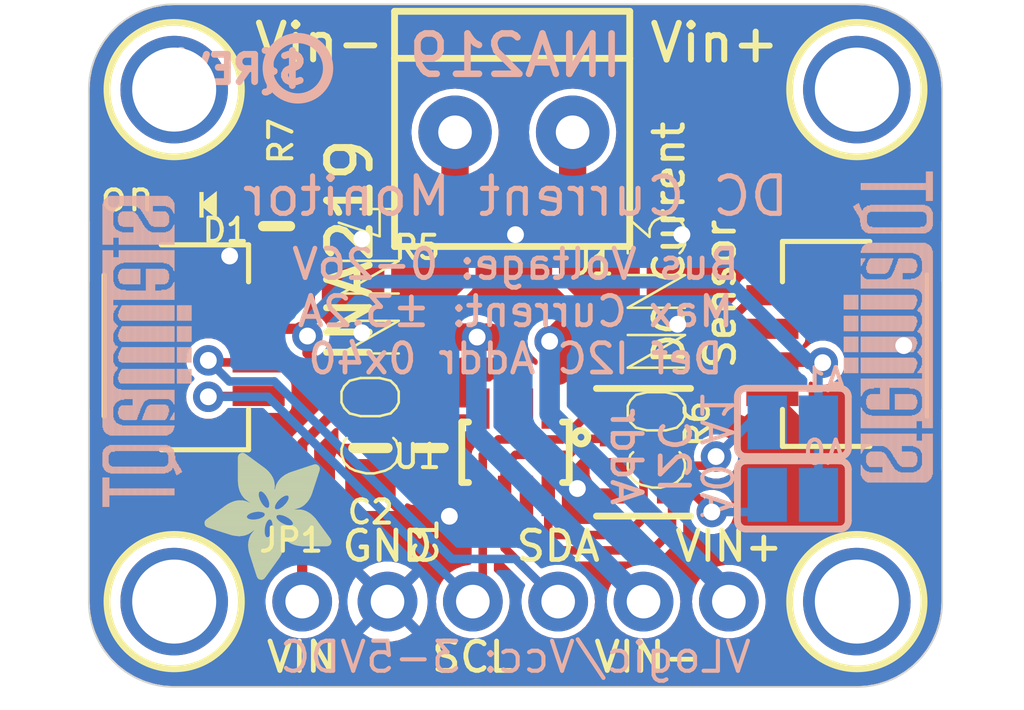
<source format=kicad_pcb>
(kicad_pcb (version 20221018) (generator pcbnew)
  (layers (0 "F.Cu" signal) (31 "B.Cu" signal) (34 "B.Paste" user) (35 "F.Paste" user) (36 "B.SilkS" user "B.Silkscreen") (37 "F.SilkS" user "F.Silkscreen") (38 "B.Mask" user) (39 "F.Mask" user) (44 "Edge.Cuts" user))
  (net 0 "")
  (net 1 "VCC")
  (net 2 "GND")
  (net 3 "ADDR1")
  (net 4 "ADDR0")
  (net 5 "SDA")
  (net 6 "SCL")
  (net 7 "VIN+")
  (net 8 "VIN-")
  (net 9 "N$3")
  (footprint "working:0805-NO" (layer "F.Cu") (at 144.1831 108.0516 -90)
    (fp_text reference "C2" (at 1.905 -0.762) (layer "F.SilkS") (effects (font (size 0.692831 0.692831) (thickness 0.119969)) (justify right)))
    (fp_text value "10uF")
    (pad "1" smd rect (at -0.95 0 270) (size 1.24 1.5) (layers "F.Cu" "F.Paste" "F.Mask") (net 1 "VCC"))
    (pad "2" smd rect (at 0.95 0 270) (size 1.24 1.5) (layers "F.Cu" "F.Paste" "F.Mask") (net 2 "GND"))
  )
  (footprint "working:JST_SH4" (layer "F.Cu") (at 158.6611 105.0036 90)
    (fp_text reference "CONN3" (at -4.6 -5.9 90) (layer "F.SilkS") (effects (font (size 1.703222 1.703222) (thickness 0.074778)) (justify left)))
    (fp_text value "STEMMA_I2C_QT" hide)
    (pad "1" smd rect (at -1.5 -2.514 180) (size 1.55 0.6) (layers "F.Cu" "F.Paste" "F.Mask") (net 2 "GND"))
    (pad "2" smd rect (at -0.5 -2.514 180) (size 1.55 0.6) (layers "F.Cu" "F.Paste" "F.Mask") (net 1 "VCC"))
    (pad "3" smd rect (at 0.5 -2.514 180) (size 1.55 0.6) (layers "F.Cu" "F.Paste" "F.Mask") (net 5 "SDA"))
    (pad "4" smd rect (at 1.5 -2.514 180) (size 1.55 0.6) (layers "F.Cu" "F.Paste" "F.Mask") (net 6 "SCL"))
    (pad "MT1" smd rect (at -2.8 1.386 180) (size 1.8 1.2) (layers "F.Cu" "F.Paste" "F.Mask") (net 2 "GND"))
    (pad "MT2" smd rect (at 2.8 1.386 180) (size 1.8 1.2) (layers "F.Cu" "F.Paste" "F.Mask") (net 2 "GND"))
  )
  (footprint "working:2512" (layer "F.Cu") (at 148.5011 103.9876)
    (fp_text reference "R5" (at -3.683 -1.905) (layer "F.SilkS") (effects (font (size 0.692831 0.692831) (thickness 0.119969)) (justify left)))
    (fp_text value "0.1/1% (PT2512FK-070R1L)")
    (pad "1" smd rect (at -2.8 0) (size 1.8 3.2) (layers "F.Cu" "F.Paste" "F.Mask") (net 8 "VIN-"))
    (pad "2" smd rect (at 2.8 0) (size 1.8 3.2) (layers "F.Cu" "F.Paste" "F.Mask") (net 7 "VIN+"))
  )
  (footprint "working:TERMBLOCK_1X2-3.5MM" (layer "F.Cu") (at 148.5011 98.6536 180)
    (fp_text reference "J1" (at -3 -3.89) (layer "F.SilkS") (effects (font (size 0.692831 0.692831) (thickness 0.119969)) (justify right)))
    (fp_text value "3.5mm")
    (pad "1" thru_hole circle (at 1.8 0 180) (size 2.1844 2.1844) (drill 1) (layers "*.Cu" "*.Mask") (net 8 "VIN-"))
    (pad "2" thru_hole circle (at -1.7 0 180) (size 2.1844 2.1844) (drill 1) (layers "*.Cu" "*.Mask") (net 7 "VIN+"))
  )
  (footprint "working:MOUNTINGHOLE_2.5_PLATED" (layer "F.Cu") (at 138.3411 97.3836)
    (fp_text reference "U$20" hide)
    (fp_text value "MOUNTINGHOLE2.5" hide)
    (pad "P$1" thru_hole circle (at 0 0) (size 3.2 3.2) (drill 2.5) (layers "*.Cu" "*.Mask"))
    (zone (net 0) (net_name "") (layer "F.Cu") (connect_pads (clearance 0)) (min_thickness 0.25)
      (keepout (tracks not_allowed) (vias not_allowed) (pads not_allowed) (copperpour not_allowed) (footprints allowed))
      (fill (thermal_gap 0.5) (thermal_bridge_width 0.5))
      (polygon (pts (xy 140.3571 97.3836) (xy 140.33748 97.103027) (xy 140.279004 96.827915) (xy 140.182808 96.563619) (xy 140.050765 96.315283) (xy 139.885446 96.08774) (xy 139.690067 95.88542) (xy 139.468433 95.71226) (xy 139.224856 95.571631) (xy 138.964078 95.46627) (xy 138.691175 95.398228) (xy 138.411457 95.368828) (xy 138.130371 95.378644) (xy 137.853385 95.427484) (xy 137.585893 95.514397) (xy 137.3331 95.637693) (xy 137.099926 95.79497) (xy 136.890911 95.983169) (xy 136.710122 96.198625) (xy 136.561078 96.437145) (xy 136.44668 96.694087) (xy 136.369154 96.96445) (xy 136.330011 97.242971) (xy 136.330011 97.524229) (xy 136.369154 97.80275) (xy 136.44668 98.073113) (xy 136.561078 98.330055) (xy 136.710122 98.568575) (xy 136.890911 98.784031) (xy 137.099926 98.97223) (xy 137.3331 99.129507) (xy 137.585893 99.252803) (xy 137.853385 99.339716) (xy 138.130371 99.388556) (xy 138.411457 99.398372) (xy 138.691175 99.368972) (xy 138.964078 99.30093) (xy 139.224856 99.195569) (xy 139.468433 99.05494) (xy 139.690067 98.88178) (xy 139.885446 98.67946) (xy 140.050765 98.451917) (xy 140.182808 98.203581) (xy 140.279004 97.939285) (xy 140.33748 97.664173)))
      (polygon (pts (xy 138.3251 97.3836) (xy 138.329786 97.394914) (xy 138.3411 97.3996) (xy 138.352414 97.394914) (xy 138.3571 97.3836) (xy 138.352414 97.372286) (xy 138.3411 97.3676) (xy 138.329786 97.372286)))
    )
    (zone (net 0) (net_name "") (layer "B.Cu") (connect_pads (clearance 0)) (min_thickness 0.25)
      (keepout (tracks not_allowed) (vias not_allowed) (pads not_allowed) (copperpour not_allowed) (footprints allowed))
      (fill (thermal_gap 0.5) (thermal_bridge_width 0.5))
      (polygon (pts (xy 140.3571 97.3836) (xy 140.33748 97.103027) (xy 140.279004 96.827915) (xy 140.182808 96.563619) (xy 140.050765 96.315283) (xy 139.885446 96.08774) (xy 139.690067 95.88542) (xy 139.468433 95.71226) (xy 139.224856 95.571631) (xy 138.964078 95.46627) (xy 138.691175 95.398228) (xy 138.411457 95.368828) (xy 138.130371 95.378644) (xy 137.853385 95.427484) (xy 137.585893 95.514397) (xy 137.3331 95.637693) (xy 137.099926 95.79497) (xy 136.890911 95.983169) (xy 136.710122 96.198625) (xy 136.561078 96.437145) (xy 136.44668 96.694087) (xy 136.369154 96.96445) (xy 136.330011 97.242971) (xy 136.330011 97.524229) (xy 136.369154 97.80275) (xy 136.44668 98.073113) (xy 136.561078 98.330055) (xy 136.710122 98.568575) (xy 136.890911 98.784031) (xy 137.099926 98.97223) (xy 137.3331 99.129507) (xy 137.585893 99.252803) (xy 137.853385 99.339716) (xy 138.130371 99.388556) (xy 138.411457 99.398372) (xy 138.691175 99.368972) (xy 138.964078 99.30093) (xy 139.224856 99.195569) (xy 139.468433 99.05494) (xy 139.690067 98.88178) (xy 139.885446 98.67946) (xy 140.050765 98.451917) (xy 140.182808 98.203581) (xy 140.279004 97.939285) (xy 140.33748 97.664173)))
      (polygon (pts (xy 138.3251 97.3836) (xy 138.329786 97.394914) (xy 138.3411 97.3996) (xy 138.352414 97.394914) (xy 138.3571 97.3836) (xy 138.352414 97.372286) (xy 138.3411 97.3676) (xy 138.329786 97.372286)))
    )
  )
  (footprint "working:0603-NO" (layer "F.Cu") (at 145.9611 108.0516 -90)
    (fp_text reference "C1" (at 2.032 0.127 90) (layer "F.SilkS") (effects (font (size 0.692831 0.692831) (thickness 0.119969)) (justify right)))
    (fp_text value "0.1µF")
    (pad "1" smd rect (at -0.85 0 270) (size 1.075 1) (layers "F.Cu" "F.Paste" "F.Mask") (net 1 "VCC"))
    (pad "2" smd rect (at 0.85 0 270) (size 1.075 1) (layers "F.Cu" "F.Paste" "F.Mask") (net 2 "GND"))
  )
  (footprint "working:FIDUCIAL_1MM" (layer "F.Cu") (at 136.8171 109.7026)
    (fp_text reference "FID3" hide)
    (fp_text value "FIDUCIAL_1MM" hide)
    (pad "1" smd roundrect (at 0 0) (size 1 1) (layers "F.Cu" "F.Mask") (roundrect_rratio 0.5))
  )
  (footprint "working:1X06_ROUND_70" (layer "F.Cu") (at 148.5011 112.6236)
    (fp_text reference "JP1" (at -7.6962 -1.8288) (layer "F.SilkS") (effects (font (size 0.692831 0.692831) (thickness 0.119969)) (justify left)))
    (fp_text value "")
    (pad "1" thru_hole circle (at -6.35 0 90) (size 1.778 1.778) (drill 1) (layers "*.Cu" "*.Mask") (net 1 "VCC"))
    (pad "2" thru_hole circle (at -3.81 0 90) (size 1.778 1.778) (drill 1) (layers "*.Cu" "*.Mask") (net 2 "GND"))
    (pad "3" thru_hole circle (at -1.27 0 90) (size 1.778 1.778) (drill 1) (layers "*.Cu" "*.Mask") (net 6 "SCL"))
    (pad "4" thru_hole circle (at 1.27 0 90) (size 1.778 1.778) (drill 1) (layers "*.Cu" "*.Mask") (net 5 "SDA"))
    (pad "5" thru_hole circle (at 3.81 0 90) (size 1.778 1.778) (drill 1) (layers "*.Cu" "*.Mask") (net 8 "VIN-"))
    (pad "6" thru_hole circle (at 6.35 0 90) (size 1.778 1.778) (drill 1) (layers "*.Cu" "*.Mask") (net 7 "VIN+"))
  )
  (footprint "working:MOUNTINGHOLE_2.5_PLATED" (layer "F.Cu") (at 158.6611 112.6236)
    (fp_text reference "U$27" hide)
    (fp_text value "MOUNTINGHOLE2.5" hide)
    (pad "P$1" thru_hole circle (at 0 0) (size 3.2 3.2) (drill 2.5) (layers "*.Cu" "*.Mask"))
    (zone (net 0) (net_name "") (layer "F.Cu") (connect_pads (clearance 0)) (min_thickness 0.25)
      (keepout (tracks not_allowed) (vias not_allowed) (pads not_allowed) (copperpour not_allowed) (footprints allowed))
      (fill (thermal_gap 0.5) (thermal_bridge_width 0.5))
      (polygon (pts (xy 160.6771 112.6236) (xy 160.65748 112.343027) (xy 160.599004 112.067915) (xy 160.502808 111.803619) (xy 160.370765 111.555283) (xy 160.205446 111.32774) (xy 160.010067 111.12542) (xy 159.788433 110.95226) (xy 159.544856 110.811631) (xy 159.284078 110.70627) (xy 159.011175 110.638228) (xy 158.731457 110.608828) (xy 158.450371 110.618644) (xy 158.173385 110.667484) (xy 157.905893 110.754397) (xy 157.6531 110.877693) (xy 157.419926 111.03497) (xy 157.210911 111.223169) (xy 157.030122 111.438625) (xy 156.881078 111.677145) (xy 156.76668 111.934087) (xy 156.689154 112.20445) (xy 156.650011 112.482971) (xy 156.650011 112.764229) (xy 156.689154 113.04275) (xy 156.76668 113.313113) (xy 156.881078 113.570055) (xy 157.030122 113.808575) (xy 157.210911 114.024031) (xy 157.419926 114.21223) (xy 157.6531 114.369507) (xy 157.905893 114.492803) (xy 158.173385 114.579716) (xy 158.450371 114.628556) (xy 158.731457 114.638372) (xy 159.011175 114.608972) (xy 159.284078 114.54093) (xy 159.544856 114.435569) (xy 159.788433 114.29494) (xy 160.010067 114.12178) (xy 160.205446 113.91946) (xy 160.370765 113.691917) (xy 160.502808 113.443581) (xy 160.599004 113.179285) (xy 160.65748 112.904173)))
      (polygon (pts (xy 158.6451 112.6236) (xy 158.649786 112.634914) (xy 158.6611 112.6396) (xy 158.672414 112.634914) (xy 158.6771 112.6236) (xy 158.672414 112.612286) (xy 158.6611 112.6076) (xy 158.649786 112.612286)))
    )
    (zone (net 0) (net_name "") (layer "B.Cu") (connect_pads (clearance 0)) (min_thickness 0.25)
      (keepout (tracks not_allowed) (vias not_allowed) (pads not_allowed) (copperpour not_allowed) (footprints allowed))
      (fill (thermal_gap 0.5) (thermal_bridge_width 0.5))
      (polygon (pts (xy 160.6771 112.6236) (xy 160.65748 112.343027) (xy 160.599004 112.067915) (xy 160.502808 111.803619) (xy 160.370765 111.555283) (xy 160.205446 111.32774) (xy 160.010067 111.12542) (xy 159.788433 110.95226) (xy 159.544856 110.811631) (xy 159.284078 110.70627) (xy 159.011175 110.638228) (xy 158.731457 110.608828) (xy 158.450371 110.618644) (xy 158.173385 110.667484) (xy 157.905893 110.754397) (xy 157.6531 110.877693) (xy 157.419926 111.03497) (xy 157.210911 111.223169) (xy 157.030122 111.438625) (xy 156.881078 111.677145) (xy 156.76668 111.934087) (xy 156.689154 112.20445) (xy 156.650011 112.482971) (xy 156.650011 112.764229) (xy 156.689154 113.04275) (xy 156.76668 113.313113) (xy 156.881078 113.570055) (xy 157.030122 113.808575) (xy 157.210911 114.024031) (xy 157.419926 114.21223) (xy 157.6531 114.369507) (xy 157.905893 114.492803) (xy 158.173385 114.579716) (xy 158.450371 114.628556) (xy 158.731457 114.638372) (xy 159.011175 114.608972) (xy 159.284078 114.54093) (xy 159.544856 114.435569) (xy 159.788433 114.29494) (xy 160.010067 114.12178) (xy 160.205446 113.91946) (xy 160.370765 113.691917) (xy 160.502808 113.443581) (xy 160.599004 113.179285) (xy 160.65748 112.904173)))
      (polygon (pts (xy 158.6451 112.6236) (xy 158.649786 112.634914) (xy 158.6611 112.6396) (xy 158.672414 112.634914) (xy 158.6771 112.6236) (xy 158.672414 112.612286) (xy 158.6611 112.6076) (xy 158.649786 112.612286)))
    )
  )
  (footprint "working:SOT23-8" (layer "F.Cu") (at 148.5011 108.1786 180)
    (fp_text reference "U1" (at 2.151 -0.127) (layer "F.SilkS") (effects (font (size 0.692831 0.692831) (thickness 0.119969)) (justify right)))
    (fp_text value "INA219BIDCNT")
    (pad "1" smd rect (at -0.975 1.3 180) (size 0.4 1.2) (layers "F.Cu" "F.Paste" "F.Mask") (net 7 "VIN+"))
    (pad "2" smd rect (at -0.325 1.3 180) (size 0.4 1.2) (layers "F.Cu" "F.Paste" "F.Mask") (net 8 "VIN-"))
    (pad "3" smd rect (at 0.325 1.3 180) (size 0.4 1.2) (layers "F.Cu" "F.Paste" "F.Mask") (net 2 "GND"))
    (pad "4" smd rect (at 0.975 1.3 180) (size 0.4 1.2) (layers "F.Cu" "F.Paste" "F.Mask") (net 1 "VCC"))
    (pad "5" smd rect (at 0.975 -1.3 180) (size 0.4 1.2) (layers "F.Cu" "F.Paste" "F.Mask") (net 6 "SCL"))
    (pad "6" smd rect (at 0.325 -1.3 180) (size 0.4 1.2) (layers "F.Cu" "F.Paste" "F.Mask") (net 5 "SDA"))
    (pad "7" smd rect (at -0.325 -1.3 180) (size 0.4 1.2) (layers "F.Cu" "F.Paste" "F.Mask") (net 4 "ADDR0"))
    (pad "8" smd rect (at -0.975 -1.3 180) (size 0.4 1.2) (layers "F.Cu" "F.Paste" "F.Mask") (net 3 "ADDR1"))
  )
  (footprint "working:MOUNTINGHOLE_2.5_PLATED" (layer "F.Cu") (at 138.3411 112.6236)
    (fp_text reference "U$25" hide)
    (fp_text value "MOUNTINGHOLE2.5" hide)
    (pad "P$1" thru_hole circle (at 0 0) (size 3.2 3.2) (drill 2.5) (layers "*.Cu" "*.Mask"))
    (zone (net 0) (net_name "") (layer "F.Cu") (connect_pads (clearance 0)) (min_thickness 0.25)
      (keepout (tracks not_allowed) (vias not_allowed) (pads not_allowed) (copperpour not_allowed) (footprints allowed))
      (fill (thermal_gap 0.5) (thermal_bridge_width 0.5))
      (polygon (pts (xy 140.3571 112.6236) (xy 140.33748 112.343027) (xy 140.279004 112.067915) (xy 140.182808 111.803619) (xy 140.050765 111.555283) (xy 139.885446 111.32774) (xy 139.690067 111.12542) (xy 139.468433 110.95226) (xy 139.224856 110.811631) (xy 138.964078 110.70627) (xy 138.691175 110.638228) (xy 138.411457 110.608828) (xy 138.130371 110.618644) (xy 137.853385 110.667484) (xy 137.585893 110.754397) (xy 137.3331 110.877693) (xy 137.099926 111.03497) (xy 136.890911 111.223169) (xy 136.710122 111.438625) (xy 136.561078 111.677145) (xy 136.44668 111.934087) (xy 136.369154 112.20445) (xy 136.330011 112.482971) (xy 136.330011 112.764229) (xy 136.369154 113.04275) (xy 136.44668 113.313113) (xy 136.561078 113.570055) (xy 136.710122 113.808575) (xy 136.890911 114.024031) (xy 137.099926 114.21223) (xy 137.3331 114.369507) (xy 137.585893 114.492803) (xy 137.853385 114.579716) (xy 138.130371 114.628556) (xy 138.411457 114.638372) (xy 138.691175 114.608972) (xy 138.964078 114.54093) (xy 139.224856 114.435569) (xy 139.468433 114.29494) (xy 139.690067 114.12178) (xy 139.885446 113.91946) (xy 140.050765 113.691917) (xy 140.182808 113.443581) (xy 140.279004 113.179285) (xy 140.33748 112.904173)))
      (polygon (pts (xy 138.3251 112.6236) (xy 138.329786 112.634914) (xy 138.3411 112.6396) (xy 138.352414 112.634914) (xy 138.3571 112.6236) (xy 138.352414 112.612286) (xy 138.3411 112.6076) (xy 138.329786 112.612286)))
    )
    (zone (net 0) (net_name "") (layer "B.Cu") (connect_pads (clearance 0)) (min_thickness 0.25)
      (keepout (tracks not_allowed) (vias not_allowed) (pads not_allowed) (copperpour not_allowed) (footprints allowed))
      (fill (thermal_gap 0.5) (thermal_bridge_width 0.5))
      (polygon (pts (xy 140.3571 112.6236) (xy 140.33748 112.343027) (xy 140.279004 112.067915) (xy 140.182808 111.803619) (xy 140.050765 111.555283) (xy 139.885446 111.32774) (xy 139.690067 111.12542) (xy 139.468433 110.95226) (xy 139.224856 110.811631) (xy 138.964078 110.70627) (xy 138.691175 110.638228) (xy 138.411457 110.608828) (xy 138.130371 110.618644) (xy 137.853385 110.667484) (xy 137.585893 110.754397) (xy 137.3331 110.877693) (xy 137.099926 111.03497) (xy 136.890911 111.223169) (xy 136.710122 111.438625) (xy 136.561078 111.677145) (xy 136.44668 111.934087) (xy 136.369154 112.20445) (xy 136.330011 112.482971) (xy 136.330011 112.764229) (xy 136.369154 113.04275) (xy 136.44668 113.313113) (xy 136.561078 113.570055) (xy 136.710122 113.808575) (xy 136.890911 114.024031) (xy 137.099926 114.21223) (xy 137.3331 114.369507) (xy 137.585893 114.492803) (xy 137.853385 114.579716) (xy 138.130371 114.628556) (xy 138.411457 114.638372) (xy 138.691175 114.608972) (xy 138.964078 114.54093) (xy 139.224856 114.435569) (xy 139.468433 114.29494) (xy 139.690067 114.12178) (xy 139.885446 113.91946) (xy 140.050765 113.691917) (xy 140.182808 113.443581) (xy 140.279004 113.179285) (xy 140.33748 112.904173)))
      (polygon (pts (xy 138.3251 112.6236) (xy 138.329786 112.634914) (xy 138.3411 112.6396) (xy 138.352414 112.634914) (xy 138.3571 112.6236) (xy 138.352414 112.612286) (xy 138.3411 112.6076) (xy 138.329786 112.612286)))
    )
  )
  (footprint "working:JST_SH4" (layer "F.Cu") (at 138.3411 105.0036 -90)
    (fp_text reference "CONN4" (at -4.6 -5.9 90) (layer "F.SilkS") (effects (font (size 1.703222 1.703222) (thickness 0.074778)) (justify right)))
    (fp_text value "STEMMA_I2C_QT" hide)
    (pad "1" smd rect (at -1.5 -2.514) (size 1.55 0.6) (layers "F.Cu" "F.Paste" "F.Mask") (net 2 "GND"))
    (pad "2" smd rect (at -0.5 -2.514) (size 1.55 0.6) (layers "F.Cu" "F.Paste" "F.Mask") (net 1 "VCC"))
    (pad "3" smd rect (at 0.5 -2.514) (size 1.55 0.6) (layers "F.Cu" "F.Paste" "F.Mask") (net 5 "SDA"))
    (pad "4" smd rect (at 1.5 -2.514) (size 1.55 0.6) (layers "F.Cu" "F.Paste" "F.Mask") (net 6 "SCL"))
    (pad "MT1" smd rect (at -2.8 1.386) (size 1.8 1.2) (layers "F.Cu" "F.Paste" "F.Mask") (net 2 "GND"))
    (pad "MT2" smd rect (at 2.8 1.386) (size 1.8 1.2) (layers "F.Cu" "F.Paste" "F.Mask") (net 2 "GND"))
  )
  (footprint "working:RESPACK_4X0603" (layer "F.Cu") (at 152.3111 108.1786 -90)
    (fp_text reference "R6" (at -1.6 -1.6 90) (layer "F.SilkS") (effects (font (size 0.692831 0.692831) (thickness 0.119969)) (justify right)))
    (fp_text value "10K")
    (pad "1" smd rect (at -1.3 0.85 270) (size 0.45 0.9) (layers "F.Cu" "F.Paste" "F.Mask") (net 6 "SCL"))
    (pad "2" smd rect (at -0.4 0.85 270) (size 0.45 0.9) (layers "F.Cu" "F.Paste" "F.Mask") (net 5 "SDA"))
    (pad "3" smd rect (at 0.4 0.85 270) (size 0.45 0.9) (layers "F.Cu" "F.Paste" "F.Mask") (net 2 "GND"))
    (pad "4" smd rect (at 1.3 0.85 270) (size 0.45 0.9) (layers "F.Cu" "F.Paste" "F.Mask") (net 2 "GND"))
    (pad "5" smd rect (at 1.3 -0.85 270) (size 0.45 0.9) (layers "F.Cu" "F.Paste" "F.Mask") (net 4 "ADDR0"))
    (pad "6" smd rect (at 0.4 -0.85 270) (size 0.45 0.9) (layers "F.Cu" "F.Paste" "F.Mask") (net 3 "ADDR1"))
    (pad "7" smd rect (at -0.4 -0.85 270) (size 0.45 0.9) (layers "F.Cu" "F.Paste" "F.Mask") (net 1 "VCC"))
    (pad "8" smd rect (at -1.3 -0.85 270) (size 0.45 0.9) (layers "F.Cu" "F.Paste" "F.Mask") (net 1 "VCC"))
  )
  (footprint "working:ADAFRUIT_3.5MM" (layer "F.Cu") (at 143.0401 108.1786 180)
    (fp_text reference "U$29" hide)
    (fp_text value "" hide)
  )
  (footprint "working:FIDUCIAL_1MM" (layer "F.Cu") (at 160.0581 100.1776)
    (fp_text reference "FID4" hide)
    (fp_text value "FIDUCIAL_1MM" hide)
    (pad "1" smd roundrect (at 0 0) (size 1 1) (layers "F.Cu" "F.Mask") (roundrect_rratio 0.5))
  )
  (footprint "working:0603-NO" (layer "F.Cu") (at 141.3891 101.4476 90)
    (fp_text reference "R7" (at 1.778 0.127 90) (layer "F.SilkS") (effects (font (size 0.692831 0.692831) (thickness 0.119969)) (justify left)))
    (fp_text value "10K")
    (pad "1" smd rect (at -0.85 0 90) (size 1.075 1) (layers "F.Cu" "F.Paste" "F.Mask") (net 1 "VCC"))
    (pad "2" smd rect (at 0.85 0 90) (size 1.075 1) (layers "F.Cu" "F.Paste" "F.Mask") (net 9 "N$3"))
  )
  (footprint "working:CHIPLED_0603_NOOUTLINE" (layer "F.Cu") (at 139.3571 100.8126 90)
    (fp_text reference "D1" (at -0.762 1.27) (layer "F.SilkS") (effects (font (size 0.692831 0.692831) (thickness 0.119969)) (justify right)))
    (fp_text value "GREEN")
    (pad "A" smd rect (at 0 0.75 90) (size 0.8 0.8) (layers "F.Cu" "F.Paste" "F.Mask") (net 9 "N$3"))
    (pad "C" smd rect (at 0 -0.75 90) (size 0.8 0.8) (layers "F.Cu" "F.Paste" "F.Mask") (net 2 "GND"))
  )
  (footprint "working:MOUNTINGHOLE_2.5_PLATED" (layer "F.Cu") (at 158.6611 97.3836)
    (fp_text reference "U$21" hide)
    (fp_text value "MOUNTINGHOLE2.5" hide)
    (pad "P$1" thru_hole circle (at 0 0) (size 3.2 3.2) (drill 2.5) (layers "*.Cu" "*.Mask"))
    (zone (net 0) (net_name "") (layer "F.Cu") (connect_pads (clearance 0)) (min_thickness 0.25)
      (keepout (tracks not_allowed) (vias not_allowed) (pads not_allowed) (copperpour not_allowed) (footprints allowed))
      (fill (thermal_gap 0.5) (thermal_bridge_width 0.5))
      (polygon (pts (xy 160.6771 97.3836) (xy 160.65748 97.103027) (xy 160.599004 96.827915) (xy 160.502808 96.563619) (xy 160.370765 96.315283) (xy 160.205446 96.08774) (xy 160.010067 95.88542) (xy 159.788433 95.71226) (xy 159.544856 95.571631) (xy 159.284078 95.46627) (xy 159.011175 95.398228) (xy 158.731457 95.368828) (xy 158.450371 95.378644) (xy 158.173385 95.427484) (xy 157.905893 95.514397) (xy 157.6531 95.637693) (xy 157.419926 95.79497) (xy 157.210911 95.983169) (xy 157.030122 96.198625) (xy 156.881078 96.437145) (xy 156.76668 96.694087) (xy 156.689154 96.96445) (xy 156.650011 97.242971) (xy 156.650011 97.524229) (xy 156.689154 97.80275) (xy 156.76668 98.073113) (xy 156.881078 98.330055) (xy 157.030122 98.568575) (xy 157.210911 98.784031) (xy 157.419926 98.97223) (xy 157.6531 99.129507) (xy 157.905893 99.252803) (xy 158.173385 99.339716) (xy 158.450371 99.388556) (xy 158.731457 99.398372) (xy 159.011175 99.368972) (xy 159.284078 99.30093) (xy 159.544856 99.195569) (xy 159.788433 99.05494) (xy 160.010067 98.88178) (xy 160.205446 98.67946) (xy 160.370765 98.451917) (xy 160.502808 98.203581) (xy 160.599004 97.939285) (xy 160.65748 97.664173)))
      (polygon (pts (xy 158.6451 97.3836) (xy 158.649786 97.394914) (xy 158.6611 97.3996) (xy 158.672414 97.394914) (xy 158.6771 97.3836) (xy 158.672414 97.372286) (xy 158.6611 97.3676) (xy 158.649786 97.372286)))
    )
    (zone (net 0) (net_name "") (layer "B.Cu") (connect_pads (clearance 0)) (min_thickness 0.25)
      (keepout (tracks not_allowed) (vias not_allowed) (pads not_allowed) (copperpour not_allowed) (footprints allowed))
      (fill (thermal_gap 0.5) (thermal_bridge_width 0.5))
      (polygon (pts (xy 160.6771 97.3836) (xy 160.65748 97.103027) (xy 160.599004 96.827915) (xy 160.502808 96.563619) (xy 160.370765 96.315283) (xy 160.205446 96.08774) (xy 160.010067 95.88542) (xy 159.788433 95.71226) (xy 159.544856 95.571631) (xy 159.284078 95.46627) (xy 159.011175 95.398228) (xy 158.731457 95.368828) (xy 158.450371 95.378644) (xy 158.173385 95.427484) (xy 157.905893 95.514397) (xy 157.6531 95.637693) (xy 157.419926 95.79497) (xy 157.210911 95.983169) (xy 157.030122 96.198625) (xy 156.881078 96.437145) (xy 156.76668 96.694087) (xy 156.689154 96.96445) (xy 156.650011 97.242971) (xy 156.650011 97.524229) (xy 156.689154 97.80275) (xy 156.76668 98.073113) (xy 156.881078 98.330055) (xy 157.030122 98.568575) (xy 157.210911 98.784031) (xy 157.419926 98.97223) (xy 157.6531 99.129507) (xy 157.905893 99.252803) (xy 158.173385 99.339716) (xy 158.450371 99.388556) (xy 158.731457 99.398372) (xy 159.011175 99.368972) (xy 159.284078 99.30093) (xy 159.544856 99.195569) (xy 159.788433 99.05494) (xy 160.010067 98.88178) (xy 160.205446 98.67946) (xy 160.370765 98.451917) (xy 160.502808 98.203581) (xy 160.599004 97.939285) (xy 160.65748 97.664173)))
      (polygon (pts (xy 158.6451 97.3836) (xy 158.649786 97.394914) (xy 158.6611 97.3996) (xy 158.672414 97.394914) (xy 158.6771 97.3836) (xy 158.672414 97.372286) (xy 158.6611 97.3676) (xy 158.649786 97.372286)))
    )
  )
  (footprint "working:STEMMAQT" (layer "B.Cu") (at 158.2801 109.0676 90)
    (fp_text reference "U$31" hide)
    (fp_text value "" hide)
  )
  (footprint "working:STEMMAQT" (layer "B.Cu") (at 138.8491 100.5586 -90)
    (fp_text reference "U$32" hide)
    (fp_text value "" hide)
  )
  (footprint "working:PCBFEAT-REV-040" (layer "B.Cu") (at 142.0241 96.7486 180)
    (fp_text reference "U$30" hide)
    (fp_text value "" hide)
    (fp_text user "${REV}" (at -0.3556 -0.508) (layer "B.SilkS") (effects (font (size 0.8128 0.8128) (thickness 0.2032)) (justify left bottom mirror)))
  )
  (footprint "working:SOLDERJUMPER_REFLOW_NOPASTE" (layer "B.Cu") (at 156.7561 107.2896 180)
    (fp_text reference "A1" (at -1.651 1.27) (layer "B.SilkS") (effects (font (size 0.692831 0.692831) (thickness 0.119969)) (justify left mirror)))
    (fp_text value "" hide)
    (pad "1" smd rect (at -0.762 0 180) (size 1.1684 1.6002) (layers "B.Cu") (net 1 "VCC"))
    (pad "2" smd rect (at 0.762 0 180) (size 1.1684 1.6002) (layers "B.Cu") (net 3 "ADDR1"))
  )
  (footprint "working:SOLDERJUMPER_REFLOW_NOPASTE" (layer "B.Cu") (at 156.7561 109.4486 180)
    (fp_text reference "A0" (at -1.651 1.27) (layer "B.SilkS") (effects (font (size 0.692831 0.692831) (thickness 0.119969)) (justify left mirror)))
    (fp_text value "" hide)
    (pad "1" smd rect (at -0.762 0 180) (size 1.1684 1.6002) (layers "B.Cu") (net 1 "VCC"))
    (pad "2" smd rect (at 0.762 0 180) (size 1.1684 1.6002) (layers "B.Cu") (net 4 "ADDR0"))
  )
  (gr_arc (start 138.3411 115.1636) (mid 136.545049 114.419651) (end 135.8011 112.6236) (stroke (width 0.05)) (layer "Edge.Cuts"))
  (gr_line (start 138.3411 115.1636) (end 158.6611 115.1636) (stroke (width 0.05)) (layer "Edge.Cuts"))
  (gr_line (start 158.6611 94.8436) (end 138.3411 94.8436) (stroke (width 0.05)) (layer "Edge.Cuts"))
  (gr_line (start 135.8011 97.3836) (end 135.8011 112.6236) (stroke (width 0.05)) (layer "Edge.Cuts"))
  (gr_arc (start 135.8011 97.3836) (mid 136.545049 95.587549) (end 138.3411 94.8436) (stroke (width 0.05)) (layer "Edge.Cuts"))
  (gr_arc (start 158.6611 94.8436) (mid 160.457151 95.587549) (end 161.2011 97.3836) (stroke (width 0.05)) (layer "Edge.Cuts"))
  (gr_arc (start 161.2011 112.6236) (mid 160.457151 114.419651) (end 158.6611 115.1636) (stroke (width 0.05)) (layer "Edge.Cuts"))
  (gr_line (start 161.2011 112.6236) (end 161.2011 97.3836) (stroke (width 0.05)) (layer "Edge.Cuts"))
  (gr_text "VLogic/Vcc: 3-5VDC" (at 148.5011 114.2746) (layer "B.SilkS") (effects (font (size 0.89408 0.89408) (thickness 0.12192)) (justify mirror)))
  (gr_text "A1" (at 154.4701 106.2736 -90) (layer "B.SilkS") (effects (font (size 0.89408 0.89408) (thickness 0.12192)) (justify right mirror)))
  (gr_text "A0" (at 154.4701 108.4326 -90) (layer "B.SilkS") (effects (font (size 0.89408 0.89408) (thickness 0.12192)) (justify right mirror)))
  (gr_text "DC Current Monitor" (at 148.5011 100.5586) (layer "B.SilkS") (effects (font (size 1.1176 1.1176) (thickness 0.1524)) (justify mirror)))
  (gr_text "Bus Voltage: 0-26V\nMax Current: ±3.2A\nDef I2C Addr 0x40" (at 148.5011 103.9876) (layer "B.SilkS") (effects (font (size 0.87376 0.87376) (thickness 0.14224)) (justify mirror)))
  (gr_text "I2C\nAddr" (at 152.5016 108.3056 -90) (layer "B.SilkS") (effects (font (size 0.87376 0.87376) (thickness 0.14224)) (justify mirror)))
  (gr_text "INA219" (at 148.5011 96.3676) (layer "B.SilkS") (effects (font (size 1.20142 1.20142) (thickness 0.19558)) (justify mirror)))
  (gr_text "VIN+" (at 154.8511 110.9726) (layer "F.SilkS") (effects (font (size 0.87376 0.87376) (thickness 0.14224))))
  (gr_text "VIN" (at 142.1511 114.2746) (layer "F.SilkS") (effects (font (size 0.87376 0.87376) (thickness 0.14224))))
  (gr_text "SDA" (at 149.7711 110.9726) (layer "F.SilkS") (effects (font (size 0.87376 0.87376) (thickness 0.14224))))
  (gr_text "INA219" (at 144.3101 105.6386 90) (layer "F.SilkS") (effects (font (size 1.266952 1.266952) (thickness 0.206248)) (justify left bottom)))
  (gr_text "on" (at 136.0551 101.0666) (layer "F.SilkS") (effects (font (size 0.89408 0.89408) (thickness 0.12192)) (justify left bottom)))
  (gr_text "SCL" (at 147.2311 114.2746) (layer "F.SilkS") (effects (font (size 0.87376 0.87376) (thickness 0.14224))))
  (gr_text "Vin-" (at 142.6591 95.9866) (layer "F.SilkS") (effects (font (size 1.0922 1.0922) (thickness 0.1778))))
  (gr_text "Vin+" (at 154.4271 95.9936) (layer "F.SilkS") (effects (font (size 1.0922 1.0922) (thickness 0.1778))))
  (gr_text "Sensor" (at 155.1051 105.7656 90) (layer "F.SilkS") (effects (font (size 0.87376 0.87376) (thickness 0.14224)) (justify left bottom)))
  (gr_text "VIN-" (at 152.4381 114.2746) (layer "F.SilkS") (effects (font (size 0.87376 0.87376) (thickness 0.14224))))
  (gr_text "DC Current" (at 153.5811 105.6386 90) (layer "F.SilkS") (effects (font (size 0.87376 0.87376) (thickness 0.14224)) (justify left bottom)))
  (gr_text "GND" (at 144.6911 110.9726) (layer "F.SilkS") (effects (font (size 0.87376 0.87376) (thickness 0.14224))))
  (segment (start 156.1551 105.5116) (end 156.1471 105.5036) (width 0.254) (layer "F.Cu") (net 1))
  (segment (start 153.1611 106.8786) (end 153.1611 107.7786) (width 0.3048) (layer "F.Cu") (net 1))
  (segment (start 141.8581 102.2976) (end 142.4051 102.8446) (width 0.254) (layer "F.Cu") (net 1))
  (segment (start 142.4051 102.8446) (end 142.4051 104.1916) (width 0.254) (layer "F.Cu") (net 1))
  (segment (start 147.2031 107.2016) (end 145.9611 107.2016) (width 0.3048) (layer "F.Cu") (net 1))
  (segment (start 142.1511 107.9246) (end 142.9741 107.1016) (width 0.3048) (layer "F.Cu") (net 1))
  (segment (start 140.8551 104.5036) (end 142.0931 104.5036) (width 0.3048) (layer "F.Cu") (net 1))
  (segment (start 153.1611 106.8786) (end 153.6586 106.8786) (width 0.3048) (layer "F.Cu") (net 1))
  (segment (start 142.3086 105.2271) (end 142.3086 104.7191) (width 0.3048) (layer "F.Cu") (net 1))
  (segment (start 157.6451 105.5116) (end 156.1551 105.5116) (width 0.254) (layer "F.Cu") (net 1))
  (segment (start 142.1511 112.6236) (end 142.1511 107.9246) (width 0.3048) (layer "F.Cu") (net 1))
  (segment (start 144.2831 107.2016) (end 144.1831 107.1016) (width 0.3048) (layer "F.Cu") (net 1))
  (segment (start 153.6586 106.8786) (end 155.0336 105.5036) (width 0.3048) (layer "F.Cu") (net 1))
  (segment (start 147.5261 106.8786) (end 147.2031 107.2016) (width 0.3048) (layer "F.Cu") (net 1))
  (segment (start 142.9741 107.1016) (end 144.1831 107.1016) (width 0.3048) (layer "F.Cu") (net 1))
  (segment (start 142.0931 104.5036) (end 142.3086 104.7191) (width 0.4064) (layer "F.Cu") (net 1))
  (segment (start 142.4051 104.1916) (end 142.0931 104.5036) (width 0.254) (layer "F.Cu") (net 1))
  (segment (start 141.3891 102.2976) (end 141.8581 102.2976) (width 0.254) (layer "F.Cu") (net 1))
  (segment (start 155.0336 105.5036) (end 156.1471 105.5036) (width 0.3048) (layer "F.Cu") (net 1))
  (segment (start 144.1831 107.1016) (end 142.3086 105.2271) (width 0.3048) (layer "F.Cu") (net 1))
  (segment (start 145.9611 107.2016) (end 144.2831 107.2016) (width 0.3048) (layer "F.Cu") (net 1))
  (via (at 157.6451 105.5116) (size 0.9064) (drill 0.5) (layers "F.Cu" "B.Cu") (net 1))
  (via (at 142.3086 104.7191) (size 0.9064) (drill 0.5) (layers "F.Cu" "B.Cu") (net 1))
  (segment (start 157.5181 107.2896) (end 157.5181 105.6386) (width 0.254) (layer "B.Cu") (net 1))
  (segment (start 142.3086 104.7191) (end 142.3086 104.3381) (width 0.4064) (layer "B.Cu") (net 1))
  (segment (start 157.2641 105.5116) (end 157.6451 105.5116) (width 0.4064) (layer "B.Cu") (net 1))
  (segment (start 157.5181 105.6386) (end 157.6451 105.5116) (width 0.254) (layer "B.Cu") (net 1))
  (segment (start 143.5481 103.0986) (end 154.8511 103.0986) (width 0.4064) (layer "B.Cu") (net 1))
  (segment (start 142.3086 104.3381) (end 143.5481 103.0986) (width 0.4064) (layer "B.Cu") (net 1))
  (segment (start 157.5181 109.4486) (end 157.5181 107.2896) (width 0.254) (layer "B.Cu") (net 1))
  (segment (start 154.8511 103.0986) (end 157.2641 105.5116) (width 0.4064) (layer "B.Cu") (net 1))
  (via (at 153.4541 101.7016) (size 0.9064) (drill 0.5) (layers "F.Cu" "B.Cu") (net 2))
  (via (at 160.0581 105.0036) (size 0.9064) (drill 0.5) (layers "F.Cu" "B.Cu") (net 2))
  (via (at 150.3426 109.2581) (size 0.9064) (drill 0.5) (layers "F.Cu" "B.Cu") (net 2))
  (via (at 143.9291 104.6226) (size 0.9064) (drill 0.5) (layers "F.Cu" "B.Cu") (net 2))
  (via (at 146.5326 110.0836) (size 0.9064) (drill 0.5) (layers "F.Cu" "B.Cu") (net 2))
  (via (at 148.5011 101.7016) (size 0.9064) (drill 0.5) (layers "F.Cu" "B.Cu") (net 2))
  (via (at 139.9921 102.3366) (size 0.9064) (drill 0.5) (layers "F.Cu" "B.Cu") (net 2))
  (via (at 143.9291 101.8286) (size 0.9064) (drill 0.5) (layers "F.Cu" "B.Cu") (net 2))
  (via (at 153.3271 104.3686) (size 0.9064) (drill 0.5) (layers "F.Cu" "B.Cu") (net 2))
  (segment (start 151.8031 110.6424) (end 152.3111 110.1344) (width 0.254) (layer "F.Cu") (net 3))
  (segment (start 154.1971 108.5786) (end 154.4701 108.3056) (width 0.254) (layer "F.Cu") (net 3))
  (segment (start 149.4761 110.4744) (end 149.6441 110.6424) (width 0.254) (layer "F.Cu") (net 3))
  (segment (start 149.6441 110.6424) (end 151.8031 110.6424) (width 0.254) (layer "F.Cu") (net 3))
  (segment (start 152.3111 110.1344) (end 152.3111 108.9406) (width 0.254) (layer "F.Cu") (net 3))
  (segment (start 149.4761 109.4786) (end 149.4761 110.4744) (width 0.254) (layer "F.Cu") (net 3))
  (segment (start 153.1611 108.5786) (end 154.1971 108.5786) (width 0.254) (layer "F.Cu") (net 3))
  (segment (start 152.3111 108.9406) (end 152.6731 108.5786) (width 0.254) (layer "F.Cu") (net 3))
  (segment (start 152.6731 108.5786) (end 153.1611 108.5786) (width 0.254) (layer "F.Cu") (net 3))
  (via (at 154.4701 108.3056) (size 0.9064) (drill 0.5) (layers "F.Cu" "B.Cu") (net 3))
  (segment (start 154.4701 108.3056) (end 155.4861 107.2896) (width 0.254) (layer "B.Cu") (net 3))
  (segment (start 155.4861 107.2896) (end 155.9941 107.2896) (width 0.254) (layer "B.Cu") (net 3))
  (segment (start 153.1611 110.5036) (end 153.1611 109.4786) (width 0.254) (layer "F.Cu") (net 4))
  (segment (start 153.8651 109.4786) (end 154.3431 109.9566) (width 0.254) (layer "F.Cu") (net 4))
  (segment (start 152.5651 111.0996) (end 153.1611 110.5036) (width 0.254) (layer "F.Cu") (net 4))
  (segment (start 149.2631 111.0996) (end 152.5651 111.0996) (width 0.254) (layer "F.Cu") (net 4))
  (segment (start 153.1611 109.4786) (end 153.8651 109.4786) (width 0.254) (layer "F.Cu") (net 4))
  (segment (start 148.8261 109.4786) (end 148.8261 110.6626) (width 0.254) (layer "F.Cu") (net 4))
  (segment (start 148.8261 110.6626) (end 149.2631 111.0996) (width 0.254) (layer "F.Cu") (net 4))
  (via (at 154.3431 109.9566) (size 0.9064) (drill 0.5) (layers "F.Cu" "B.Cu") (net 4))
  (segment (start 155.9941 109.4486) (end 155.4861 109.9566) (width 0.254) (layer "B.Cu") (net 4))
  (segment (start 154.3431 109.9566) (end 155.4861 109.9566) (width 0.254) (layer "B.Cu") (net 4))
  (segment (start 152.4063 107.5754) (end 152.4063 106.52735) (width 0.254) (layer "F.Cu") (net 5))
  (segment (start 139.4173 105.5036) (end 139.3571 105.4434) (width 0.254) (layer "F.Cu") (net 5))
  (segment (start 152.58485 106.3488) (end 153.5059 106.3488) (width 0.254) (layer "F.Cu") (net 5))
  (segment (start 152.2031 107.7786) (end 152.4063 107.5754) (width 0.254) (layer "F.Cu") (net 5))
  (segment (start 150.563681 107.7786) (end 151.4611 107.7786) (width 0.254) (layer "F.Cu") (net 5))
  (segment (start 152.4063 106.52735) (end 152.58485 106.3488) (width 0.254) (layer "F.Cu") (net 5))
  (segment (start 150.087481 108.2548) (end 150.563681 107.7786) (width 0.254) (layer "F.Cu") (net 5))
  (segment (start 148.1761 109.4786) (end 148.1761 108.5798) (width 0.254) (layer "F.Cu") (net 5))
  (segment (start 151.4611 107.7786) (end 152.2031 107.7786) (width 0.254) (layer "F.Cu") (net 5))
  (segment (start 155.3511 104.5036) (end 156.1471 104.5036) (width 0.254) (layer "F.Cu") (net 5))
  (segment (start 153.5059 106.3488) (end 155.3511 104.5036) (width 0.254) (layer "F.Cu") (net 5))
  (segment (start 148.5011 108.2548) (end 150.087481 108.2548) (width 0.254) (layer "F.Cu") (net 5))
  (segment (start 148.1761 108.5798) (end 148.5011 108.2548) (width 0.254) (layer "F.Cu") (net 5))
  (segment (start 148.1761 111.0286) (end 149.7711 112.6236) (width 0.254) (layer "F.Cu") (net 5))
  (segment (start 140.8551 105.5036) (end 139.4173 105.5036) (width 0.254) (layer "F.Cu") (net 5))
  (segment (start 148.1761 109.4786) (end 148.1761 111.0286) (width 0.254) (layer "F.Cu") (net 5))
  (via (at 139.3571 105.4434) (size 0.9064) (drill 0.5) (layers "F.Cu" "B.Cu") (net 5))
  (segment (start 139.9841 106.0704) (end 141.324481 106.0704) (width 0.254) (layer "B.Cu") (net 5))
  (segment (start 146.607681 111.3536) (end 148.5011 111.3536) (width 0.254) (layer "B.Cu") (net 5))
  (segment (start 139.3571 105.4434) (end 139.9841 106.0704) (width 0.254) (layer "B.Cu") (net 5))
  (segment (start 148.5011 111.3536) (end 149.7711 112.6236) (width 0.254) (layer "B.Cu") (net 5))
  (segment (start 141.324481 106.0704) (end 146.607681 111.3536) (width 0.254) (layer "B.Cu") (net 5))
  (segment (start 147.5261 109.4786) (end 147.5261 112.3286) (width 0.254) (layer "F.Cu") (net 6))
  (segment (start 139.3811 106.5036) (end 139.3571 106.5276) (width 0.254) (layer "F.Cu") (net 6))
  (segment (start 151.4611 106.8786) (end 151.4611 106.825969) (width 0.254) (layer "F.Cu") (net 6))
  (segment (start 155.64105 103.5036) (end 156.1471 103.5036) (width 0.254) (layer "F.Cu") (net 6))
  (segment (start 147.5261 108.2646) (end 147.9931 107.7976) (width 0.254) (layer "F.Cu") (net 6))
  (segment (start 147.5261 109.4786) (end 147.5261 108.2646) (width 0.254) (layer "F.Cu") (net 6))
  (segment (start 140.8551 106.5036) (end 139.3811 106.5036) (width 0.254) (layer "F.Cu") (net 6))
  (segment (start 147.5261 112.3286) (end 147.2311 112.6236) (width 0.254) (layer "F.Cu") (net 6))
  (segment (start 149.8981 107.7976) (end 150.8171 106.8786) (width 0.254) (layer "F.Cu") (net 6))
  (segment (start 152.395468 105.8916) (end 153.25305 105.8916) (width 0.254) (layer "F.Cu") (net 6))
  (segment (start 147.9931 107.7976) (end 149.8981 107.7976) (width 0.254) (layer "F.Cu") (net 6))
  (segment (start 152.395468 105.8916) (end 151.4611 106.825969) (width 0.254) (layer "F.Cu") (net 6))
  (segment (start 153.25305 105.8916) (end 155.64105 103.5036) (width 0.254) (layer "F.Cu") (net 6))
  (segment (start 150.8171 106.8786) (end 151.4611 106.8786) (width 0.254) (layer "F.Cu") (net 6))
  (via (at 139.3571 106.5276) (size 0.9064) (drill 0.5) (layers "F.Cu" "B.Cu") (net 6))
  (segment (start 141.1351 106.5276) (end 147.2311 112.6236) (width 0.254) (layer "B.Cu") (net 6))
  (segment (start 139.3571 106.5276) (end 141.1351 106.5276) (width 0.254) (layer "B.Cu") (net 6))
  (segment (start 151.3011 103.9876) (end 150.5331 103.9876) (width 0.8128) (layer "F.Cu") (net 7))
  (segment (start 149.4761 106.0606) (end 149.7711 105.7656) (width 0.3048) (layer "F.Cu") (net 7))
  (segment (start 149.6441 104.8766) (end 150.5331 103.9876) (width 0.8128) (layer "F.Cu") (net 7))
  (segment (start 149.5171 104.8766) (end 149.6441 105.0036) (width 0.6096) (layer "F.Cu") (net 7))
  (segment (start 150.2011 102.8876) (end 151.3011 103.9876) (width 0.8128) (layer "F.Cu") (net 7))
  (segment (start 149.5171 104.8766) (end 149.6441 104.8766) (width 0.6096) (layer "F.Cu") (net 7))
  (segment (start 150.2011 98.6536) (end 150.2011 102.8876) (width 0.8128) (layer "F.Cu") (net 7))
  (segment (start 149.4761 106.8786) (end 149.4761 106.0606) (width 0.3048) (layer "F.Cu") (net 7))
  (segment (start 149.6441 105.0036) (end 149.7711 105.0036) (width 0.6096) (layer "F.Cu") (net 7))
  (segment (start 149.7711 105.7656) (end 149.7711 105.0036) (width 0.8128) (layer "F.Cu") (net 7))
  (via (at 149.5171 104.8766) (size 0.9064) (drill 0.5) (layers "F.Cu" "B.Cu") (net 7))
  (segment (start 154.8511 112.6236) (end 154.8511 112.3696) (width 0.6096) (layer "B.Cu") (net 7))
  (segment (start 149.5171 107.0356) (end 149.5171 104.8766) (width 0.6096) (layer "B.Cu") (net 7))
  (segment (start 154.8511 112.3696) (end 149.5171 107.0356) (width 0.6096) (layer "B.Cu") (net 7))
  (segment (start 147.7391 104.7496) (end 147.3581 104.7496) (width 0.8128) (layer "F.Cu") (net 8))
  (segment (start 148.8261 106.8786) (end 148.8261 105.8366) (width 0.3048) (layer "F.Cu") (net 8))
  (segment (start 145.7011 104.6166) (end 145.7011 103.9876) (width 0.8128) (layer "F.Cu") (net 8))
  (segment (start 145.8341 104.7496) (end 145.7011 104.6166) (width 0.8128) (layer "F.Cu") (net 8))
  (segment (start 146.7011 102.9876) (end 145.7011 103.9876) (width 0.8128) (layer "F.Cu") (net 8))
  (segment (start 147.3581 104.7496) (end 145.8341 104.7496) (width 0.8128) (layer "F.Cu") (net 8))
  (segment (start 148.8261 105.8366) (end 147.7391 104.7496) (width 0.3048) (layer "F.Cu") (net 8))
  (segment (start 146.7011 98.6536) (end 146.7011 102.9876) (width 0.8128) (layer "F.Cu") (net 8))
  (via (at 147.3581 104.7496) (size 0.9064) (drill 0.5) (layers "F.Cu" "B.Cu") (net 8))
  (segment (start 147.3361 107.6486) (end 152.3111 112.6236) (width 0.6096) (layer "B.Cu") (net 8))
  (segment (start 147.3361 104.7716) (end 147.3361 107.6486) (width 0.6096) (layer "B.Cu") (net 8))
  (segment (start 147.3581 104.7496) (end 147.3361 104.7716) (width 0.6096) (layer "B.Cu") (net 8))
  (segment (start 140.3221 100.5976) (end 141.3891 100.5976) (width 0.254) (layer "F.Cu") (net 9))
  (segment (start 140.1071 100.8126) (end 140.3221 100.5976) (width 0.254) (layer "F.Cu") (net 9))
  (zone (net 2) (net_name "GND") (layer "F.Cu") (priority 6) (connect_pads (clearance 0.000001)) (min_thickness 0.127) (fill yes (thermal_gap 0.304) (thermal_bridge_width 0.304))
    (polygon (pts (xy 161.3281 115.2906) (xy 135.6741 115.2906) (xy 135.6741 94.7166) (xy 161.3281 94.7166)))
  )
  (zone (net 2) (net_name "GND") (layer "B.Cu") (priority 6) (connect_pads (clearance 0.000001)) (min_thickness 0.127) (fill yes (thermal_gap 0.304) (thermal_bridge_width 0.304))
    (polygon (pts (xy 161.3281 115.2906) (xy 135.6741 115.2906) (xy 135.6741 94.7166) (xy 161.3281 94.7166)))
  )
)
</source>
